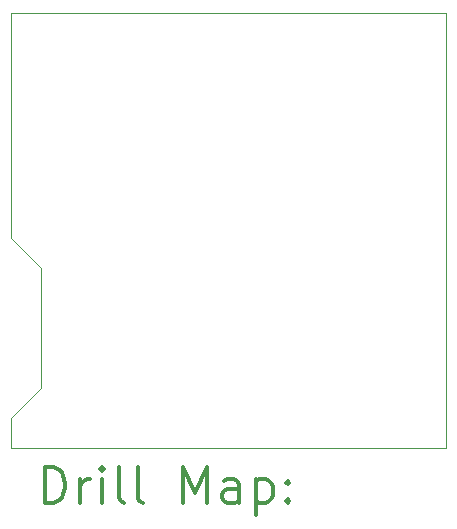
<source format=gbr>
%FSLAX45Y45*%
G04 Gerber Fmt 4.5, Leading zero omitted, Abs format (unit mm)*
G04 Created by KiCad (PCBNEW 5.1.5+dfsg1-2build2) date 2021-01-23 00:15:58*
%MOMM*%
%LPD*%
G04 APERTURE LIST*
%TA.AperFunction,Profile*%
%ADD10C,0.050000*%
%TD*%
%ADD11C,0.200000*%
%ADD12C,0.300000*%
G04 APERTURE END LIST*
D10*
X14097000Y-10033000D02*
X14097000Y-11938000D01*
X17780000Y-10033000D02*
X14097000Y-10033000D01*
X17780000Y-13716000D02*
X17780000Y-10033000D01*
X14097000Y-13716000D02*
X17780000Y-13716000D01*
X14097000Y-13462000D02*
X14097000Y-13716000D01*
X14351000Y-13208000D02*
X14097000Y-13462000D01*
X14351000Y-12192000D02*
X14351000Y-13208000D01*
X14097000Y-11938000D02*
X14351000Y-12192000D01*
D11*
D12*
X14380928Y-14184214D02*
X14380928Y-13884214D01*
X14452357Y-13884214D01*
X14495214Y-13898500D01*
X14523786Y-13927071D01*
X14538071Y-13955643D01*
X14552357Y-14012786D01*
X14552357Y-14055643D01*
X14538071Y-14112786D01*
X14523786Y-14141357D01*
X14495214Y-14169929D01*
X14452357Y-14184214D01*
X14380928Y-14184214D01*
X14680928Y-14184214D02*
X14680928Y-13984214D01*
X14680928Y-14041357D02*
X14695214Y-14012786D01*
X14709500Y-13998500D01*
X14738071Y-13984214D01*
X14766643Y-13984214D01*
X14866643Y-14184214D02*
X14866643Y-13984214D01*
X14866643Y-13884214D02*
X14852357Y-13898500D01*
X14866643Y-13912786D01*
X14880928Y-13898500D01*
X14866643Y-13884214D01*
X14866643Y-13912786D01*
X15052357Y-14184214D02*
X15023786Y-14169929D01*
X15009500Y-14141357D01*
X15009500Y-13884214D01*
X15209500Y-14184214D02*
X15180928Y-14169929D01*
X15166643Y-14141357D01*
X15166643Y-13884214D01*
X15552357Y-14184214D02*
X15552357Y-13884214D01*
X15652357Y-14098500D01*
X15752357Y-13884214D01*
X15752357Y-14184214D01*
X16023786Y-14184214D02*
X16023786Y-14027071D01*
X16009500Y-13998500D01*
X15980928Y-13984214D01*
X15923786Y-13984214D01*
X15895214Y-13998500D01*
X16023786Y-14169929D02*
X15995214Y-14184214D01*
X15923786Y-14184214D01*
X15895214Y-14169929D01*
X15880928Y-14141357D01*
X15880928Y-14112786D01*
X15895214Y-14084214D01*
X15923786Y-14069929D01*
X15995214Y-14069929D01*
X16023786Y-14055643D01*
X16166643Y-13984214D02*
X16166643Y-14284214D01*
X16166643Y-13998500D02*
X16195214Y-13984214D01*
X16252357Y-13984214D01*
X16280928Y-13998500D01*
X16295214Y-14012786D01*
X16309500Y-14041357D01*
X16309500Y-14127071D01*
X16295214Y-14155643D01*
X16280928Y-14169929D01*
X16252357Y-14184214D01*
X16195214Y-14184214D01*
X16166643Y-14169929D01*
X16438071Y-14155643D02*
X16452357Y-14169929D01*
X16438071Y-14184214D01*
X16423786Y-14169929D01*
X16438071Y-14155643D01*
X16438071Y-14184214D01*
X16438071Y-13998500D02*
X16452357Y-14012786D01*
X16438071Y-14027071D01*
X16423786Y-14012786D01*
X16438071Y-13998500D01*
X16438071Y-14027071D01*
M02*

</source>
